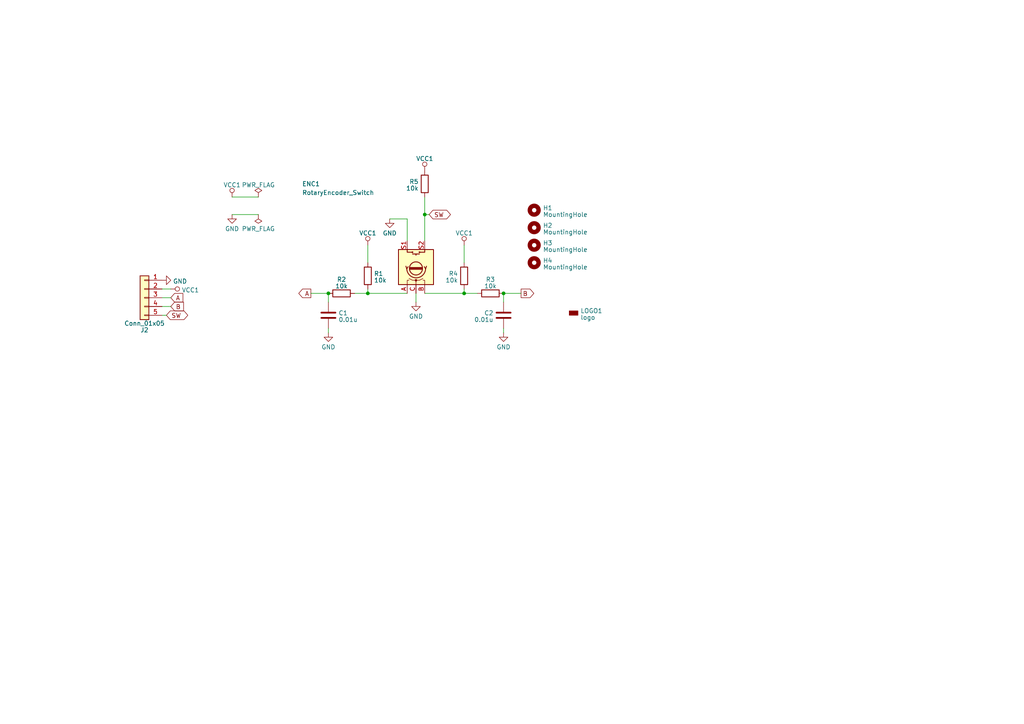
<source format=kicad_sch>
(kicad_sch (version 20230121) (generator eeschema)

  (uuid 8c0eeddb-23e9-4197-a3d6-273322c6460f)

  (paper "A4")

  (title_block
    (title "Encoder Base San")
    (date "2023-11-19")
    (rev "20231119")
    (company "Kinoshita Laboratory")
  )

  (lib_symbols
    (symbol "Connector_Generic:Conn_01x05" (pin_names (offset 1.016) hide) (in_bom yes) (on_board yes)
      (property "Reference" "J" (at 0 7.62 0)
        (effects (font (size 1.27 1.27)))
      )
      (property "Value" "Conn_01x05" (at 0 -7.62 0)
        (effects (font (size 1.27 1.27)))
      )
      (property "Footprint" "" (at 0 0 0)
        (effects (font (size 1.27 1.27)) hide)
      )
      (property "Datasheet" "~" (at 0 0 0)
        (effects (font (size 1.27 1.27)) hide)
      )
      (property "ki_keywords" "connector" (at 0 0 0)
        (effects (font (size 1.27 1.27)) hide)
      )
      (property "ki_description" "Generic connector, single row, 01x05, script generated (kicad-library-utils/schlib/autogen/connector/)" (at 0 0 0)
        (effects (font (size 1.27 1.27)) hide)
      )
      (property "ki_fp_filters" "Connector*:*_1x??_*" (at 0 0 0)
        (effects (font (size 1.27 1.27)) hide)
      )
      (symbol "Conn_01x05_1_1"
        (rectangle (start -1.27 -4.953) (end 0 -5.207)
          (stroke (width 0.1524) (type default))
          (fill (type none))
        )
        (rectangle (start -1.27 -2.413) (end 0 -2.667)
          (stroke (width 0.1524) (type default))
          (fill (type none))
        )
        (rectangle (start -1.27 0.127) (end 0 -0.127)
          (stroke (width 0.1524) (type default))
          (fill (type none))
        )
        (rectangle (start -1.27 2.667) (end 0 2.413)
          (stroke (width 0.1524) (type default))
          (fill (type none))
        )
        (rectangle (start -1.27 5.207) (end 0 4.953)
          (stroke (width 0.1524) (type default))
          (fill (type none))
        )
        (rectangle (start -1.27 6.35) (end 1.27 -6.35)
          (stroke (width 0.254) (type default))
          (fill (type background))
        )
        (pin passive line (at -5.08 5.08 0) (length 3.81)
          (name "Pin_1" (effects (font (size 1.27 1.27))))
          (number "1" (effects (font (size 1.27 1.27))))
        )
        (pin passive line (at -5.08 2.54 0) (length 3.81)
          (name "Pin_2" (effects (font (size 1.27 1.27))))
          (number "2" (effects (font (size 1.27 1.27))))
        )
        (pin passive line (at -5.08 0 0) (length 3.81)
          (name "Pin_3" (effects (font (size 1.27 1.27))))
          (number "3" (effects (font (size 1.27 1.27))))
        )
        (pin passive line (at -5.08 -2.54 0) (length 3.81)
          (name "Pin_4" (effects (font (size 1.27 1.27))))
          (number "4" (effects (font (size 1.27 1.27))))
        )
        (pin passive line (at -5.08 -5.08 0) (length 3.81)
          (name "Pin_5" (effects (font (size 1.27 1.27))))
          (number "5" (effects (font (size 1.27 1.27))))
        )
      )
    )
    (symbol "Device:C" (pin_numbers hide) (pin_names (offset 0.254)) (in_bom yes) (on_board yes)
      (property "Reference" "C" (at 0.635 2.54 0)
        (effects (font (size 1.27 1.27)) (justify left))
      )
      (property "Value" "C" (at 0.635 -2.54 0)
        (effects (font (size 1.27 1.27)) (justify left))
      )
      (property "Footprint" "" (at 0.9652 -3.81 0)
        (effects (font (size 1.27 1.27)) hide)
      )
      (property "Datasheet" "~" (at 0 0 0)
        (effects (font (size 1.27 1.27)) hide)
      )
      (property "ki_keywords" "cap capacitor" (at 0 0 0)
        (effects (font (size 1.27 1.27)) hide)
      )
      (property "ki_description" "Unpolarized capacitor" (at 0 0 0)
        (effects (font (size 1.27 1.27)) hide)
      )
      (property "ki_fp_filters" "C_*" (at 0 0 0)
        (effects (font (size 1.27 1.27)) hide)
      )
      (symbol "C_0_1"
        (polyline
          (pts
            (xy -2.032 -0.762)
            (xy 2.032 -0.762)
          )
          (stroke (width 0.508) (type default))
          (fill (type none))
        )
        (polyline
          (pts
            (xy -2.032 0.762)
            (xy 2.032 0.762)
          )
          (stroke (width 0.508) (type default))
          (fill (type none))
        )
      )
      (symbol "C_1_1"
        (pin passive line (at 0 3.81 270) (length 2.794)
          (name "~" (effects (font (size 1.27 1.27))))
          (number "1" (effects (font (size 1.27 1.27))))
        )
        (pin passive line (at 0 -3.81 90) (length 2.794)
          (name "~" (effects (font (size 1.27 1.27))))
          (number "2" (effects (font (size 1.27 1.27))))
        )
      )
    )
    (symbol "Device:R" (pin_numbers hide) (pin_names (offset 0)) (in_bom yes) (on_board yes)
      (property "Reference" "R" (at 2.032 0 90)
        (effects (font (size 1.27 1.27)))
      )
      (property "Value" "R" (at 0 0 90)
        (effects (font (size 1.27 1.27)))
      )
      (property "Footprint" "" (at -1.778 0 90)
        (effects (font (size 1.27 1.27)) hide)
      )
      (property "Datasheet" "~" (at 0 0 0)
        (effects (font (size 1.27 1.27)) hide)
      )
      (property "ki_keywords" "R res resistor" (at 0 0 0)
        (effects (font (size 1.27 1.27)) hide)
      )
      (property "ki_description" "Resistor" (at 0 0 0)
        (effects (font (size 1.27 1.27)) hide)
      )
      (property "ki_fp_filters" "R_*" (at 0 0 0)
        (effects (font (size 1.27 1.27)) hide)
      )
      (symbol "R_0_1"
        (rectangle (start -1.016 -2.54) (end 1.016 2.54)
          (stroke (width 0.254) (type default))
          (fill (type none))
        )
      )
      (symbol "R_1_1"
        (pin passive line (at 0 3.81 270) (length 1.27)
          (name "~" (effects (font (size 1.27 1.27))))
          (number "1" (effects (font (size 1.27 1.27))))
        )
        (pin passive line (at 0 -3.81 90) (length 1.27)
          (name "~" (effects (font (size 1.27 1.27))))
          (number "2" (effects (font (size 1.27 1.27))))
        )
      )
    )
    (symbol "Device:RotaryEncoder_Switch" (pin_names (offset 0.254) hide) (in_bom yes) (on_board yes)
      (property "Reference" "SW" (at 0 6.604 0)
        (effects (font (size 1.27 1.27)))
      )
      (property "Value" "RotaryEncoder_Switch" (at 0 -6.604 0)
        (effects (font (size 1.27 1.27)))
      )
      (property "Footprint" "" (at -3.81 4.064 0)
        (effects (font (size 1.27 1.27)) hide)
      )
      (property "Datasheet" "~" (at 0 6.604 0)
        (effects (font (size 1.27 1.27)) hide)
      )
      (property "ki_keywords" "rotary switch encoder switch push button" (at 0 0 0)
        (effects (font (size 1.27 1.27)) hide)
      )
      (property "ki_description" "Rotary encoder, dual channel, incremental quadrate outputs, with switch" (at 0 0 0)
        (effects (font (size 1.27 1.27)) hide)
      )
      (property "ki_fp_filters" "RotaryEncoder*Switch*" (at 0 0 0)
        (effects (font (size 1.27 1.27)) hide)
      )
      (symbol "RotaryEncoder_Switch_0_1"
        (rectangle (start -5.08 5.08) (end 5.08 -5.08)
          (stroke (width 0.254) (type default))
          (fill (type background))
        )
        (circle (center -3.81 0) (radius 0.254)
          (stroke (width 0) (type default))
          (fill (type outline))
        )
        (circle (center -0.381 0) (radius 1.905)
          (stroke (width 0.254) (type default))
          (fill (type none))
        )
        (arc (start -0.381 2.667) (mid -3.0988 -0.0635) (end -0.381 -2.794)
          (stroke (width 0.254) (type default))
          (fill (type none))
        )
        (polyline
          (pts
            (xy -0.635 -1.778)
            (xy -0.635 1.778)
          )
          (stroke (width 0.254) (type default))
          (fill (type none))
        )
        (polyline
          (pts
            (xy -0.381 -1.778)
            (xy -0.381 1.778)
          )
          (stroke (width 0.254) (type default))
          (fill (type none))
        )
        (polyline
          (pts
            (xy -0.127 1.778)
            (xy -0.127 -1.778)
          )
          (stroke (width 0.254) (type default))
          (fill (type none))
        )
        (polyline
          (pts
            (xy 3.81 0)
            (xy 3.429 0)
          )
          (stroke (width 0.254) (type default))
          (fill (type none))
        )
        (polyline
          (pts
            (xy 3.81 1.016)
            (xy 3.81 -1.016)
          )
          (stroke (width 0.254) (type default))
          (fill (type none))
        )
        (polyline
          (pts
            (xy -5.08 -2.54)
            (xy -3.81 -2.54)
            (xy -3.81 -2.032)
          )
          (stroke (width 0) (type default))
          (fill (type none))
        )
        (polyline
          (pts
            (xy -5.08 2.54)
            (xy -3.81 2.54)
            (xy -3.81 2.032)
          )
          (stroke (width 0) (type default))
          (fill (type none))
        )
        (polyline
          (pts
            (xy 0.254 -3.048)
            (xy -0.508 -2.794)
            (xy 0.127 -2.413)
          )
          (stroke (width 0.254) (type default))
          (fill (type none))
        )
        (polyline
          (pts
            (xy 0.254 2.921)
            (xy -0.508 2.667)
            (xy 0.127 2.286)
          )
          (stroke (width 0.254) (type default))
          (fill (type none))
        )
        (polyline
          (pts
            (xy 5.08 -2.54)
            (xy 4.318 -2.54)
            (xy 4.318 -1.016)
          )
          (stroke (width 0.254) (type default))
          (fill (type none))
        )
        (polyline
          (pts
            (xy 5.08 2.54)
            (xy 4.318 2.54)
            (xy 4.318 1.016)
          )
          (stroke (width 0.254) (type default))
          (fill (type none))
        )
        (polyline
          (pts
            (xy -5.08 0)
            (xy -3.81 0)
            (xy -3.81 -1.016)
            (xy -3.302 -2.032)
          )
          (stroke (width 0) (type default))
          (fill (type none))
        )
        (polyline
          (pts
            (xy -4.318 0)
            (xy -3.81 0)
            (xy -3.81 1.016)
            (xy -3.302 2.032)
          )
          (stroke (width 0) (type default))
          (fill (type none))
        )
        (circle (center 4.318 -1.016) (radius 0.127)
          (stroke (width 0.254) (type default))
          (fill (type none))
        )
        (circle (center 4.318 1.016) (radius 0.127)
          (stroke (width 0.254) (type default))
          (fill (type none))
        )
      )
      (symbol "RotaryEncoder_Switch_1_1"
        (pin passive line (at -7.62 2.54 0) (length 2.54)
          (name "A" (effects (font (size 1.27 1.27))))
          (number "A" (effects (font (size 1.27 1.27))))
        )
        (pin passive line (at -7.62 -2.54 0) (length 2.54)
          (name "B" (effects (font (size 1.27 1.27))))
          (number "B" (effects (font (size 1.27 1.27))))
        )
        (pin passive line (at -7.62 0 0) (length 2.54)
          (name "C" (effects (font (size 1.27 1.27))))
          (number "C" (effects (font (size 1.27 1.27))))
        )
        (pin passive line (at 7.62 2.54 180) (length 2.54)
          (name "S1" (effects (font (size 1.27 1.27))))
          (number "S1" (effects (font (size 1.27 1.27))))
        )
        (pin passive line (at 7.62 -2.54 180) (length 2.54)
          (name "S2" (effects (font (size 1.27 1.27))))
          (number "S2" (effects (font (size 1.27 1.27))))
        )
      )
    )
    (symbol "Mechanical:MountingHole" (pin_names (offset 1.016)) (in_bom yes) (on_board yes)
      (property "Reference" "H" (at 0 5.08 0)
        (effects (font (size 1.27 1.27)))
      )
      (property "Value" "MountingHole" (at 0 3.175 0)
        (effects (font (size 1.27 1.27)))
      )
      (property "Footprint" "" (at 0 0 0)
        (effects (font (size 1.27 1.27)) hide)
      )
      (property "Datasheet" "~" (at 0 0 0)
        (effects (font (size 1.27 1.27)) hide)
      )
      (property "ki_keywords" "mounting hole" (at 0 0 0)
        (effects (font (size 1.27 1.27)) hide)
      )
      (property "ki_description" "Mounting Hole without connection" (at 0 0 0)
        (effects (font (size 1.27 1.27)) hide)
      )
      (property "ki_fp_filters" "MountingHole*" (at 0 0 0)
        (effects (font (size 1.27 1.27)) hide)
      )
      (symbol "MountingHole_0_1"
        (circle (center 0 0) (radius 1.27)
          (stroke (width 1.27) (type default))
          (fill (type none))
        )
      )
    )
    (symbol "mylib:V+" (power) (pin_names (offset 0)) (in_bom yes) (on_board yes)
      (property "Reference" "#PWR" (at 0 -3.81 0)
        (effects (font (size 1.27 1.27)) hide)
      )
      (property "Value" "V+" (at 0 3.81 0)
        (effects (font (size 1.27 1.27)))
      )
      (property "Footprint" "" (at 0 0 0)
        (effects (font (size 1.27 1.27)) hide)
      )
      (property "Datasheet" "" (at 0 0 0)
        (effects (font (size 1.27 1.27)) hide)
      )
      (property "ki_keywords" "power-flag" (at 0 0 0)
        (effects (font (size 1.27 1.27)) hide)
      )
      (property "ki_description" "Power symbol creates a global label with name \"VCC1\"" (at 0 0 0)
        (effects (font (size 1.27 1.27)) hide)
      )
      (symbol "V+_0_1"
        (polyline
          (pts
            (xy 0 0)
            (xy 0 1.27)
          )
          (stroke (width 0) (type default))
          (fill (type none))
        )
        (circle (center 0 1.905) (radius 0.635)
          (stroke (width 0) (type default))
          (fill (type none))
        )
      )
      (symbol "V+_1_1"
        (pin power_in line (at 0 0 90) (length 0) hide
          (name "VCC1" (effects (font (size 1.27 1.27))))
          (number "1" (effects (font (size 1.27 1.27))))
        )
      )
    )
    (symbol "mylib:logo" (pin_numbers hide) (pin_names (offset 0) hide) (in_bom yes) (on_board yes)
      (property "Reference" "LOGO" (at 0 2.54 0)
        (effects (font (size 1.27 1.27)))
      )
      (property "Value" "logo" (at 0 1.27 0)
        (effects (font (size 1.27 1.27)))
      )
      (property "Footprint" "" (at 0 0 0)
        (effects (font (size 1.27 1.27)) hide)
      )
      (property "Datasheet" "" (at 0 0 0)
        (effects (font (size 1.27 1.27)) hide)
      )
      (symbol "logo_0_1"
        (rectangle (start -1.27 0) (end 1.27 -1.27)
          (stroke (width 0.1524) (type default))
          (fill (type outline))
        )
      )
    )
    (symbol "power:GND" (power) (pin_names (offset 0)) (in_bom yes) (on_board yes)
      (property "Reference" "#PWR" (at 0 -6.35 0)
        (effects (font (size 1.27 1.27)) hide)
      )
      (property "Value" "GND" (at 0 -3.81 0)
        (effects (font (size 1.27 1.27)))
      )
      (property "Footprint" "" (at 0 0 0)
        (effects (font (size 1.27 1.27)) hide)
      )
      (property "Datasheet" "" (at 0 0 0)
        (effects (font (size 1.27 1.27)) hide)
      )
      (property "ki_keywords" "global power" (at 0 0 0)
        (effects (font (size 1.27 1.27)) hide)
      )
      (property "ki_description" "Power symbol creates a global label with name \"GND\" , ground" (at 0 0 0)
        (effects (font (size 1.27 1.27)) hide)
      )
      (symbol "GND_0_1"
        (polyline
          (pts
            (xy 0 0)
            (xy 0 -1.27)
            (xy 1.27 -1.27)
            (xy 0 -2.54)
            (xy -1.27 -1.27)
            (xy 0 -1.27)
          )
          (stroke (width 0) (type default))
          (fill (type none))
        )
      )
      (symbol "GND_1_1"
        (pin power_in line (at 0 0 270) (length 0) hide
          (name "GND" (effects (font (size 1.27 1.27))))
          (number "1" (effects (font (size 1.27 1.27))))
        )
      )
    )
    (symbol "power:PWR_FLAG" (power) (pin_numbers hide) (pin_names (offset 0) hide) (in_bom yes) (on_board yes)
      (property "Reference" "#FLG" (at 0 1.905 0)
        (effects (font (size 1.27 1.27)) hide)
      )
      (property "Value" "PWR_FLAG" (at 0 3.81 0)
        (effects (font (size 1.27 1.27)))
      )
      (property "Footprint" "" (at 0 0 0)
        (effects (font (size 1.27 1.27)) hide)
      )
      (property "Datasheet" "~" (at 0 0 0)
        (effects (font (size 1.27 1.27)) hide)
      )
      (property "ki_keywords" "flag power" (at 0 0 0)
        (effects (font (size 1.27 1.27)) hide)
      )
      (property "ki_description" "Special symbol for telling ERC where power comes from" (at 0 0 0)
        (effects (font (size 1.27 1.27)) hide)
      )
      (symbol "PWR_FLAG_0_0"
        (pin power_out line (at 0 0 90) (length 0)
          (name "pwr" (effects (font (size 1.27 1.27))))
          (number "1" (effects (font (size 1.27 1.27))))
        )
      )
      (symbol "PWR_FLAG_0_1"
        (polyline
          (pts
            (xy 0 0)
            (xy 0 1.27)
            (xy -1.016 1.905)
            (xy 0 2.54)
            (xy 1.016 1.905)
            (xy 0 1.27)
          )
          (stroke (width 0) (type default))
          (fill (type none))
        )
      )
    )
  )

  (junction (at 134.62 85.09) (diameter 0) (color 0 0 0 0)
    (uuid 3eacc76b-9ae2-4dac-b817-be1fcbf00674)
  )
  (junction (at 106.68 85.09) (diameter 0) (color 0 0 0 0)
    (uuid 67be6e4b-3f27-4587-9a44-27273609e2bd)
  )
  (junction (at 95.25 85.09) (diameter 0) (color 0 0 0 0)
    (uuid 6d728673-9cfd-45b2-8119-a16e78445373)
  )
  (junction (at 123.19 62.23) (diameter 0) (color 0 0 0 0)
    (uuid 7f7c7a38-9933-4e48-aedb-ea185d9628a1)
  )
  (junction (at 146.05 85.09) (diameter 0) (color 0 0 0 0)
    (uuid d66438f5-b7d6-4135-a0aa-fb5cbafa87f5)
  )

  (wire (pts (xy 123.19 57.15) (xy 123.19 62.23))
    (stroke (width 0) (type default))
    (uuid 006d1041-8ab3-4979-abaa-6e5e817b354d)
  )
  (wire (pts (xy 118.11 85.09) (xy 106.68 85.09))
    (stroke (width 0) (type default))
    (uuid 06abf07a-4770-47b5-aa8f-36f848c6db07)
  )
  (wire (pts (xy 90.17 85.09) (xy 95.25 85.09))
    (stroke (width 0) (type default))
    (uuid 0b8a0a9a-1c0b-4a2d-bc37-ace062d8819e)
  )
  (wire (pts (xy 95.25 95.25) (xy 95.25 96.52))
    (stroke (width 0) (type default))
    (uuid 0ec71a3a-b641-4b7e-bb62-77c52c23126b)
  )
  (wire (pts (xy 123.19 62.23) (xy 124.46 62.23))
    (stroke (width 0) (type default))
    (uuid 16094f48-4f67-4709-b20e-0e1d72881e8c)
  )
  (wire (pts (xy 46.99 88.9) (xy 49.53 88.9))
    (stroke (width 0) (type default))
    (uuid 16f36dac-839b-44db-b36e-a7407c513797)
  )
  (wire (pts (xy 134.62 85.09) (xy 138.43 85.09))
    (stroke (width 0) (type default))
    (uuid 1c12a9e9-7d2c-499b-a596-368f4c39478e)
  )
  (wire (pts (xy 123.19 85.09) (xy 134.62 85.09))
    (stroke (width 0) (type default))
    (uuid 23b0639b-8d8e-4171-af97-4bde1830427a)
  )
  (wire (pts (xy 46.99 83.82) (xy 49.53 83.82))
    (stroke (width 0) (type default))
    (uuid 24c00169-9f81-4cff-b98f-ec65fbb38625)
  )
  (wire (pts (xy 106.68 83.82) (xy 106.68 85.09))
    (stroke (width 0) (type default))
    (uuid 26a30c10-ca74-42fb-b409-82d5e0cac100)
  )
  (wire (pts (xy 151.13 85.09) (xy 146.05 85.09))
    (stroke (width 0) (type default))
    (uuid 39e9fa6a-7f8d-4abd-a4d9-6aced3e4e7c5)
  )
  (wire (pts (xy 146.05 85.09) (xy 146.05 87.63))
    (stroke (width 0) (type default))
    (uuid 6cd06001-24cd-4376-8153-67c851879d5a)
  )
  (wire (pts (xy 67.31 62.23) (xy 74.93 62.23))
    (stroke (width 0) (type default))
    (uuid 7a019fe1-ec90-4c55-ad2d-21fe5967cd04)
  )
  (wire (pts (xy 146.05 95.25) (xy 146.05 96.52))
    (stroke (width 0) (type default))
    (uuid 8403abd4-7684-4a23-82ab-3af7f9a6cac4)
  )
  (wire (pts (xy 134.62 71.12) (xy 134.62 76.2))
    (stroke (width 0) (type default))
    (uuid 8c2f042c-a6e9-478d-9170-af19f2cee34e)
  )
  (wire (pts (xy 106.68 71.12) (xy 106.68 76.2))
    (stroke (width 0) (type default))
    (uuid 8e16170e-20ed-43c2-beed-1be8d65603be)
  )
  (wire (pts (xy 123.19 62.23) (xy 123.19 69.85))
    (stroke (width 0) (type default))
    (uuid 94320573-9505-478a-ac54-cd35c12b6369)
  )
  (wire (pts (xy 46.99 86.36) (xy 49.53 86.36))
    (stroke (width 0) (type default))
    (uuid 97ae98eb-e1d8-4a81-9127-f2ec89b84474)
  )
  (wire (pts (xy 95.25 85.09) (xy 95.25 87.63))
    (stroke (width 0) (type default))
    (uuid a0d5ba4c-86c4-43d6-9901-826aa17b76a2)
  )
  (wire (pts (xy 134.62 83.82) (xy 134.62 85.09))
    (stroke (width 0) (type default))
    (uuid a203ef6d-0f45-479a-be64-9fa04c835ea5)
  )
  (wire (pts (xy 120.65 85.09) (xy 120.65 87.63))
    (stroke (width 0) (type default))
    (uuid a579246b-9f90-4c18-b3ab-c128f6da9eb3)
  )
  (wire (pts (xy 106.68 85.09) (xy 102.87 85.09))
    (stroke (width 0) (type default))
    (uuid a9b995d4-be1b-479c-9fc0-7dac8d00255f)
  )
  (wire (pts (xy 118.11 63.5) (xy 118.11 69.85))
    (stroke (width 0) (type default))
    (uuid c5eda77a-8a20-42cd-a6db-38f803fd22f6)
  )
  (wire (pts (xy 67.31 57.15) (xy 74.93 57.15))
    (stroke (width 0) (type default))
    (uuid ca890d3a-8e0c-4ffa-b739-79b29cd0b391)
  )
  (wire (pts (xy 113.03 63.5) (xy 118.11 63.5))
    (stroke (width 0) (type default))
    (uuid efbf1275-c52f-46f5-aa3b-cd66245a656c)
  )
  (wire (pts (xy 46.99 91.44) (xy 48.26 91.44))
    (stroke (width 0) (type default))
    (uuid f222afcd-6b78-4a60-949a-be4024581215)
  )

  (global_label "B" (shape input) (at 49.53 88.9 0) (fields_autoplaced)
    (effects (font (size 1.27 1.27)) (justify left))
    (uuid 2e6f01b8-796c-4966-9218-889c6a0326ad)
    (property "Intersheetrefs" "${INTERSHEET_REFS}" (at 53.7058 88.9 0)
      (effects (font (size 1.27 1.27)) (justify left) hide)
    )
  )
  (global_label "SW" (shape bidirectional) (at 48.26 91.44 0) (fields_autoplaced)
    (effects (font (size 1.27 1.27)) (justify left))
    (uuid 94d00690-cc1e-4acd-9f5f-db28ef8ae60e)
    (property "Intersheetrefs" "${INTERSHEET_REFS}" (at 54.938 91.44 0)
      (effects (font (size 1.27 1.27)) (justify left) hide)
    )
  )
  (global_label "SW" (shape bidirectional) (at 124.46 62.23 0) (fields_autoplaced)
    (effects (font (size 1.27 1.27)) (justify left))
    (uuid aa77ae6c-e148-4aef-981b-f621f1e75cb1)
    (property "Intersheetrefs" "${INTERSHEET_REFS}" (at 131.138 62.23 0)
      (effects (font (size 1.27 1.27)) (justify left) hide)
    )
  )
  (global_label "B" (shape output) (at 151.13 85.09 0) (fields_autoplaced)
    (effects (font (size 1.27 1.27)) (justify left))
    (uuid e199db68-dcbb-4c40-a7ef-b91c7d5c08ef)
    (property "Intersheetrefs" "${INTERSHEET_REFS}" (at 155.3058 85.09 0)
      (effects (font (size 1.27 1.27)) (justify left) hide)
    )
  )
  (global_label "A" (shape output) (at 90.17 85.09 180) (fields_autoplaced)
    (effects (font (size 1.27 1.27)) (justify right))
    (uuid e3b82b34-4de0-4d39-9ad6-4c76abccd169)
    (property "Intersheetrefs" "${INTERSHEET_REFS}" (at 86.1756 85.09 0)
      (effects (font (size 1.27 1.27)) (justify right) hide)
    )
  )
  (global_label "A" (shape input) (at 49.53 86.36 0) (fields_autoplaced)
    (effects (font (size 1.27 1.27)) (justify left))
    (uuid ff8b9b4f-5c6a-456e-b45d-f0fe32fe2524)
    (property "Intersheetrefs" "${INTERSHEET_REFS}" (at 53.5244 86.36 0)
      (effects (font (size 1.27 1.27)) (justify left) hide)
    )
  )

  (symbol (lib_id "power:GND") (at 46.99 81.28 90) (unit 1)
    (in_bom yes) (on_board yes) (dnp no) (fields_autoplaced)
    (uuid 0f9a5792-e9c0-4ddc-ad87-91303c49b083)
    (property "Reference" "#PWR06" (at 53.34 81.28 0)
      (effects (font (size 1.27 1.27)) hide)
    )
    (property "Value" "GND" (at 50.165 81.5968 90)
      (effects (font (size 1.27 1.27)) (justify right))
    )
    (property "Footprint" "" (at 46.99 81.28 0)
      (effects (font (size 1.27 1.27)) hide)
    )
    (property "Datasheet" "" (at 46.99 81.28 0)
      (effects (font (size 1.27 1.27)) hide)
    )
    (pin "1" (uuid c7ea4225-64b2-403c-9ec1-47e25e173b26))
    (instances
      (project "encoder-base-san"
        (path "/8c0eeddb-23e9-4197-a3d6-273322c6460f"
          (reference "#PWR06") (unit 1)
        )
      )
    )
  )

  (symbol (lib_id "mylib:V+") (at 106.68 71.12 0) (unit 1)
    (in_bom yes) (on_board yes) (dnp no) (fields_autoplaced)
    (uuid 28c1bf3a-bf32-4fa0-827b-5e902f26d66c)
    (property "Reference" "#PWR02" (at 106.68 74.93 0)
      (effects (font (size 1.27 1.27)) hide)
    )
    (property "Value" "V+" (at 106.68 67.6181 0)
      (effects (font (size 1.27 1.27)))
    )
    (property "Footprint" "" (at 106.68 71.12 0)
      (effects (font (size 1.27 1.27)) hide)
    )
    (property "Datasheet" "" (at 106.68 71.12 0)
      (effects (font (size 1.27 1.27)) hide)
    )
    (pin "1" (uuid 806630bf-8041-475a-a1db-732f3a4e5be4))
    (instances
      (project "encoder-base-san"
        (path "/8c0eeddb-23e9-4197-a3d6-273322c6460f"
          (reference "#PWR02") (unit 1)
        )
      )
    )
  )

  (symbol (lib_id "Device:R") (at 106.68 80.01 0) (unit 1)
    (in_bom yes) (on_board yes) (dnp no) (fields_autoplaced)
    (uuid 38b05c2c-1df1-4d2a-8d53-ec0bd62dcb3d)
    (property "Reference" "R1" (at 108.458 79.3663 0)
      (effects (font (size 1.27 1.27)) (justify left))
    )
    (property "Value" "10k" (at 108.458 81.2873 0)
      (effects (font (size 1.27 1.27)) (justify left))
    )
    (property "Footprint" "Capacitor_SMD:C_0402_1005Metric_Pad0.74x0.62mm_HandSolder" (at 104.902 80.01 90)
      (effects (font (size 1.27 1.27)) hide)
    )
    (property "Datasheet" "~" (at 106.68 80.01 0)
      (effects (font (size 1.27 1.27)) hide)
    )
    (property "LCSC" "C25744" (at 106.68 80.01 0)
      (effects (font (size 1.27 1.27)) hide)
    )
    (pin "1" (uuid 795f2a25-4a12-48e1-949d-08f8148ba591))
    (pin "2" (uuid 5a9ad07f-9fd9-4d0a-af52-5fb18acf9dee))
    (instances
      (project "encoder-base-san"
        (path "/8c0eeddb-23e9-4197-a3d6-273322c6460f"
          (reference "R1") (unit 1)
        )
      )
    )
  )

  (symbol (lib_id "power:GND") (at 120.65 87.63 0) (unit 1)
    (in_bom yes) (on_board yes) (dnp no) (fields_autoplaced)
    (uuid 3b1bc89d-6610-492f-8764-ae452cf38bbf)
    (property "Reference" "#PWR01" (at 120.65 93.98 0)
      (effects (font (size 1.27 1.27)) hide)
    )
    (property "Value" "GND" (at 120.65 91.7655 0)
      (effects (font (size 1.27 1.27)))
    )
    (property "Footprint" "" (at 120.65 87.63 0)
      (effects (font (size 1.27 1.27)) hide)
    )
    (property "Datasheet" "" (at 120.65 87.63 0)
      (effects (font (size 1.27 1.27)) hide)
    )
    (pin "1" (uuid e549edcf-5ff5-40a5-9363-0963334b1a04))
    (instances
      (project "encoder-base-san"
        (path "/8c0eeddb-23e9-4197-a3d6-273322c6460f"
          (reference "#PWR01") (unit 1)
        )
      )
    )
  )

  (symbol (lib_id "power:PWR_FLAG") (at 74.93 57.15 0) (unit 1)
    (in_bom yes) (on_board yes) (dnp no) (fields_autoplaced)
    (uuid 3df71222-9530-4c67-a750-994a68009e67)
    (property "Reference" "#FLG01" (at 74.93 55.245 0)
      (effects (font (size 1.27 1.27)) hide)
    )
    (property "Value" "PWR_FLAG" (at 74.93 53.6481 0)
      (effects (font (size 1.27 1.27)))
    )
    (property "Footprint" "" (at 74.93 57.15 0)
      (effects (font (size 1.27 1.27)) hide)
    )
    (property "Datasheet" "~" (at 74.93 57.15 0)
      (effects (font (size 1.27 1.27)) hide)
    )
    (pin "1" (uuid 95616db2-84bb-4d6e-b9b3-5e37260e496f))
    (instances
      (project "encoder-base-san"
        (path "/8c0eeddb-23e9-4197-a3d6-273322c6460f"
          (reference "#FLG01") (unit 1)
        )
      )
    )
  )

  (symbol (lib_id "Device:R") (at 134.62 80.01 0) (mirror y) (unit 1)
    (in_bom yes) (on_board yes) (dnp no) (fields_autoplaced)
    (uuid 43a561c7-0e2a-47cf-afad-6c7a38c90a0c)
    (property "Reference" "R4" (at 132.842 79.3663 0)
      (effects (font (size 1.27 1.27)) (justify left))
    )
    (property "Value" "10k" (at 132.842 81.2873 0)
      (effects (font (size 1.27 1.27)) (justify left))
    )
    (property "Footprint" "Capacitor_SMD:C_0402_1005Metric_Pad0.74x0.62mm_HandSolder" (at 136.398 80.01 90)
      (effects (font (size 1.27 1.27)) hide)
    )
    (property "Datasheet" "~" (at 134.62 80.01 0)
      (effects (font (size 1.27 1.27)) hide)
    )
    (property "LCSC" "C25744" (at 134.62 80.01 0)
      (effects (font (size 1.27 1.27)) hide)
    )
    (pin "1" (uuid 5eb62877-9171-40f1-9d9d-5c1fa53732c4))
    (pin "2" (uuid 0e394844-cc1f-41d4-925b-26d1c98cdd7e))
    (instances
      (project "encoder-base-san"
        (path "/8c0eeddb-23e9-4197-a3d6-273322c6460f"
          (reference "R4") (unit 1)
        )
      )
    )
  )

  (symbol (lib_id "Device:R") (at 123.19 53.34 0) (mirror y) (unit 1)
    (in_bom yes) (on_board yes) (dnp no) (fields_autoplaced)
    (uuid 46682cff-f905-4073-98a6-b341bac96b10)
    (property "Reference" "R5" (at 121.412 52.6963 0)
      (effects (font (size 1.27 1.27)) (justify left))
    )
    (property "Value" "10k" (at 121.412 54.6173 0)
      (effects (font (size 1.27 1.27)) (justify left))
    )
    (property "Footprint" "Capacitor_SMD:C_0402_1005Metric_Pad0.74x0.62mm_HandSolder" (at 124.968 53.34 90)
      (effects (font (size 1.27 1.27)) hide)
    )
    (property "Datasheet" "~" (at 123.19 53.34 0)
      (effects (font (size 1.27 1.27)) hide)
    )
    (property "LCSC" "C25744" (at 123.19 53.34 0)
      (effects (font (size 1.27 1.27)) hide)
    )
    (pin "1" (uuid 2e504e47-92fa-4552-9af0-90ab615d347b))
    (pin "2" (uuid 3ef47a9e-c313-45a6-8713-7abc370a3493))
    (instances
      (project "encoder-base-san"
        (path "/8c0eeddb-23e9-4197-a3d6-273322c6460f"
          (reference "R5") (unit 1)
        )
      )
    )
  )

  (symbol (lib_id "mylib:V+") (at 49.53 83.82 270) (unit 1)
    (in_bom yes) (on_board yes) (dnp no) (fields_autoplaced)
    (uuid 46dd7e5a-a85c-43b3-aef7-7bd9f7c3b9b1)
    (property "Reference" "#PWR07" (at 45.72 83.82 0)
      (effects (font (size 1.27 1.27)) hide)
    )
    (property "Value" "V+" (at 52.705 84.1368 90)
      (effects (font (size 1.27 1.27)) (justify left))
    )
    (property "Footprint" "" (at 49.53 83.82 0)
      (effects (font (size 1.27 1.27)) hide)
    )
    (property "Datasheet" "" (at 49.53 83.82 0)
      (effects (font (size 1.27 1.27)) hide)
    )
    (pin "1" (uuid 5c704c4c-c657-4fac-93e7-1b39d2ce090f))
    (instances
      (project "encoder-base-san"
        (path "/8c0eeddb-23e9-4197-a3d6-273322c6460f"
          (reference "#PWR07") (unit 1)
        )
      )
    )
  )

  (symbol (lib_id "mylib:V+") (at 123.19 49.53 0) (mirror y) (unit 1)
    (in_bom yes) (on_board yes) (dnp no) (fields_autoplaced)
    (uuid 499e7d25-db7c-4316-80d3-0514a7c6aef6)
    (property "Reference" "#PWR010" (at 123.19 53.34 0)
      (effects (font (size 1.27 1.27)) hide)
    )
    (property "Value" "V+" (at 123.19 46.0281 0)
      (effects (font (size 1.27 1.27)))
    )
    (property "Footprint" "" (at 123.19 49.53 0)
      (effects (font (size 1.27 1.27)) hide)
    )
    (property "Datasheet" "" (at 123.19 49.53 0)
      (effects (font (size 1.27 1.27)) hide)
    )
    (pin "1" (uuid 4c5a285f-d295-45af-b263-b80407601de8))
    (instances
      (project "encoder-base-san"
        (path "/8c0eeddb-23e9-4197-a3d6-273322c6460f"
          (reference "#PWR010") (unit 1)
        )
      )
    )
  )

  (symbol (lib_id "Mechanical:MountingHole") (at 154.94 60.96 0) (unit 1)
    (in_bom yes) (on_board yes) (dnp no) (fields_autoplaced)
    (uuid 4f8036e1-8efa-44cb-9c65-f22837d7026b)
    (property "Reference" "H1" (at 157.48 60.3163 0)
      (effects (font (size 1.27 1.27)) (justify left))
    )
    (property "Value" "MountingHole" (at 157.48 62.2373 0)
      (effects (font (size 1.27 1.27)) (justify left))
    )
    (property "Footprint" "MountingHole:MountingHole_3.2mm_M3" (at 154.94 60.96 0)
      (effects (font (size 1.27 1.27)) hide)
    )
    (property "Datasheet" "~" (at 154.94 60.96 0)
      (effects (font (size 1.27 1.27)) hide)
    )
    (instances
      (project "encoder-base-san"
        (path "/8c0eeddb-23e9-4197-a3d6-273322c6460f"
          (reference "H1") (unit 1)
        )
      )
    )
  )

  (symbol (lib_id "Device:RotaryEncoder_Switch") (at 120.65 77.47 90) (unit 1)
    (in_bom yes) (on_board yes) (dnp no)
    (uuid 504a51a9-e93d-4757-b82d-20dc458399e3)
    (property "Reference" "ENC1" (at 87.63 53.34 90)
      (effects (font (size 1.27 1.27)) (justify right))
    )
    (property "Value" "RotaryEncoder_Switch" (at 87.63 55.88 90)
      (effects (font (size 1.27 1.27)) (justify right))
    )
    (property "Footprint" "custom_footprints:RotaryEncoder_Alps_12_with_switch" (at 116.586 81.28 0)
      (effects (font (size 1.27 1.27)) hide)
    )
    (property "Datasheet" "~" (at 114.046 77.47 0)
      (effects (font (size 1.27 1.27)) hide)
    )
    (pin "A" (uuid 1d540da7-7aee-495e-9f62-8d685da01be2))
    (pin "B" (uuid e5db14ce-5777-402a-b3f0-92a3371f30f2))
    (pin "C" (uuid 90efbec4-7cbf-460c-a957-b21e86a2de3e))
    (pin "S1" (uuid 1970c6ee-9d88-4034-91ab-44bdcfdb9636))
    (pin "S2" (uuid bb99c5ac-f392-474f-b5a9-5c724076ec38))
    (instances
      (project "encoder-base-san"
        (path "/8c0eeddb-23e9-4197-a3d6-273322c6460f"
          (reference "ENC1") (unit 1)
        )
      )
    )
  )

  (symbol (lib_id "Mechanical:MountingHole") (at 154.94 66.04 0) (unit 1)
    (in_bom yes) (on_board yes) (dnp no) (fields_autoplaced)
    (uuid 6f98a566-c13b-44e7-ba0d-e79b02b9e1eb)
    (property "Reference" "H2" (at 157.48 65.3963 0)
      (effects (font (size 1.27 1.27)) (justify left))
    )
    (property "Value" "MountingHole" (at 157.48 67.3173 0)
      (effects (font (size 1.27 1.27)) (justify left))
    )
    (property "Footprint" "MountingHole:MountingHole_3.2mm_M3" (at 154.94 66.04 0)
      (effects (font (size 1.27 1.27)) hide)
    )
    (property "Datasheet" "~" (at 154.94 66.04 0)
      (effects (font (size 1.27 1.27)) hide)
    )
    (instances
      (project "encoder-base-san"
        (path "/8c0eeddb-23e9-4197-a3d6-273322c6460f"
          (reference "H2") (unit 1)
        )
      )
    )
  )

  (symbol (lib_id "power:GND") (at 113.03 63.5 0) (mirror y) (unit 1)
    (in_bom yes) (on_board yes) (dnp no) (fields_autoplaced)
    (uuid 720380de-63fb-4aa6-9977-5f6189f53cc4)
    (property "Reference" "#PWR011" (at 113.03 69.85 0)
      (effects (font (size 1.27 1.27)) hide)
    )
    (property "Value" "GND" (at 113.03 67.6355 0)
      (effects (font (size 1.27 1.27)))
    )
    (property "Footprint" "" (at 113.03 63.5 0)
      (effects (font (size 1.27 1.27)) hide)
    )
    (property "Datasheet" "" (at 113.03 63.5 0)
      (effects (font (size 1.27 1.27)) hide)
    )
    (pin "1" (uuid 28843aa2-546a-4661-9fac-d48022f4b5e7))
    (instances
      (project "encoder-base-san"
        (path "/8c0eeddb-23e9-4197-a3d6-273322c6460f"
          (reference "#PWR011") (unit 1)
        )
      )
    )
  )

  (symbol (lib_id "Device:R") (at 99.06 85.09 90) (unit 1)
    (in_bom yes) (on_board yes) (dnp no) (fields_autoplaced)
    (uuid 723899bd-3964-48ac-a915-5e0d2b3b6cba)
    (property "Reference" "R2" (at 99.06 81.0641 90)
      (effects (font (size 1.27 1.27)))
    )
    (property "Value" "10k" (at 99.06 82.9851 90)
      (effects (font (size 1.27 1.27)))
    )
    (property "Footprint" "Capacitor_SMD:C_0402_1005Metric_Pad0.74x0.62mm_HandSolder" (at 99.06 86.868 90)
      (effects (font (size 1.27 1.27)) hide)
    )
    (property "Datasheet" "~" (at 99.06 85.09 0)
      (effects (font (size 1.27 1.27)) hide)
    )
    (property "LCSC" "C25744" (at 99.06 85.09 90)
      (effects (font (size 1.27 1.27)) hide)
    )
    (pin "1" (uuid 1e0d70ea-a596-46b3-9d6e-156188291c48))
    (pin "2" (uuid 6f6d63ee-1695-46c8-91b9-4a1b3c010e2a))
    (instances
      (project "encoder-base-san"
        (path "/8c0eeddb-23e9-4197-a3d6-273322c6460f"
          (reference "R2") (unit 1)
        )
      )
    )
  )

  (symbol (lib_id "power:PWR_FLAG") (at 74.93 62.23 180) (unit 1)
    (in_bom yes) (on_board yes) (dnp no) (fields_autoplaced)
    (uuid 83a3e16a-0fd3-4b41-aeb3-ca8f8bde3029)
    (property "Reference" "#FLG02" (at 74.93 64.135 0)
      (effects (font (size 1.27 1.27)) hide)
    )
    (property "Value" "PWR_FLAG" (at 74.93 66.3655 0)
      (effects (font (size 1.27 1.27)))
    )
    (property "Footprint" "" (at 74.93 62.23 0)
      (effects (font (size 1.27 1.27)) hide)
    )
    (property "Datasheet" "~" (at 74.93 62.23 0)
      (effects (font (size 1.27 1.27)) hide)
    )
    (pin "1" (uuid 81fa80c4-cf76-4916-8ea8-0c377e039a8a))
    (instances
      (project "encoder-base-san"
        (path "/8c0eeddb-23e9-4197-a3d6-273322c6460f"
          (reference "#FLG02") (unit 1)
        )
      )
    )
  )

  (symbol (lib_id "mylib:V+") (at 67.31 57.15 0) (unit 1)
    (in_bom yes) (on_board yes) (dnp no) (fields_autoplaced)
    (uuid 8658a100-ee73-4d1a-9505-79296644300d)
    (property "Reference" "#PWR08" (at 67.31 60.96 0)
      (effects (font (size 1.27 1.27)) hide)
    )
    (property "Value" "V+" (at 67.31 53.6481 0)
      (effects (font (size 1.27 1.27)))
    )
    (property "Footprint" "" (at 67.31 57.15 0)
      (effects (font (size 1.27 1.27)) hide)
    )
    (property "Datasheet" "" (at 67.31 57.15 0)
      (effects (font (size 1.27 1.27)) hide)
    )
    (pin "1" (uuid b1571791-2f47-4691-bcfb-8180240a7e72))
    (instances
      (project "encoder-base-san"
        (path "/8c0eeddb-23e9-4197-a3d6-273322c6460f"
          (reference "#PWR08") (unit 1)
        )
      )
    )
  )

  (symbol (lib_id "power:GND") (at 95.25 96.52 0) (unit 1)
    (in_bom yes) (on_board yes) (dnp no) (fields_autoplaced)
    (uuid 99fc64bf-89e7-4218-b70e-9cacc16a36b7)
    (property "Reference" "#PWR03" (at 95.25 102.87 0)
      (effects (font (size 1.27 1.27)) hide)
    )
    (property "Value" "GND" (at 95.25 100.6555 0)
      (effects (font (size 1.27 1.27)))
    )
    (property "Footprint" "" (at 95.25 96.52 0)
      (effects (font (size 1.27 1.27)) hide)
    )
    (property "Datasheet" "" (at 95.25 96.52 0)
      (effects (font (size 1.27 1.27)) hide)
    )
    (pin "1" (uuid 866d59e7-89bb-476a-9aa8-d7fd389efa49))
    (instances
      (project "encoder-base-san"
        (path "/8c0eeddb-23e9-4197-a3d6-273322c6460f"
          (reference "#PWR03") (unit 1)
        )
      )
    )
  )

  (symbol (lib_id "power:GND") (at 146.05 96.52 0) (mirror y) (unit 1)
    (in_bom yes) (on_board yes) (dnp no) (fields_autoplaced)
    (uuid aaa214a3-109c-4e57-8aea-ddbe1dcba67b)
    (property "Reference" "#PWR04" (at 146.05 102.87 0)
      (effects (font (size 1.27 1.27)) hide)
    )
    (property "Value" "GND" (at 146.05 100.6555 0)
      (effects (font (size 1.27 1.27)))
    )
    (property "Footprint" "" (at 146.05 96.52 0)
      (effects (font (size 1.27 1.27)) hide)
    )
    (property "Datasheet" "" (at 146.05 96.52 0)
      (effects (font (size 1.27 1.27)) hide)
    )
    (pin "1" (uuid 214edee1-f78b-4ec1-856a-e39c0beb35bb))
    (instances
      (project "encoder-base-san"
        (path "/8c0eeddb-23e9-4197-a3d6-273322c6460f"
          (reference "#PWR04") (unit 1)
        )
      )
    )
  )

  (symbol (lib_id "mylib:logo") (at 166.37 90.17 0) (unit 1)
    (in_bom yes) (on_board yes) (dnp no) (fields_autoplaced)
    (uuid be6d985f-43be-4444-aad4-4cb68937cdc6)
    (property "Reference" "LOGO1" (at 168.3512 90.1613 0)
      (effects (font (size 1.27 1.27)) (justify left))
    )
    (property "Value" "logo" (at 168.3512 92.0823 0)
      (effects (font (size 1.27 1.27)) (justify left))
    )
    (property "Footprint" "my_footprint:kinoshita-logo_simplified_600dpi" (at 166.37 90.17 0)
      (effects (font (size 1.27 1.27)) hide)
    )
    (property "Datasheet" "" (at 166.37 90.17 0)
      (effects (font (size 1.27 1.27)) hide)
    )
    (instances
      (project "encoder-base-san"
        (path "/8c0eeddb-23e9-4197-a3d6-273322c6460f"
          (reference "LOGO1") (unit 1)
        )
      )
    )
  )

  (symbol (lib_id "Device:R") (at 142.24 85.09 270) (mirror x) (unit 1)
    (in_bom yes) (on_board yes) (dnp no) (fields_autoplaced)
    (uuid c0327214-3fc5-40a7-84bf-74dbfe8d086e)
    (property "Reference" "R3" (at 142.24 81.0641 90)
      (effects (font (size 1.27 1.27)))
    )
    (property "Value" "10k" (at 142.24 82.9851 90)
      (effects (font (size 1.27 1.27)))
    )
    (property "Footprint" "Capacitor_SMD:C_0402_1005Metric_Pad0.74x0.62mm_HandSolder" (at 142.24 86.868 90)
      (effects (font (size 1.27 1.27)) hide)
    )
    (property "Datasheet" "~" (at 142.24 85.09 0)
      (effects (font (size 1.27 1.27)) hide)
    )
    (property "LCSC" "C25744" (at 142.24 85.09 90)
      (effects (font (size 1.27 1.27)) hide)
    )
    (pin "1" (uuid 7897533d-5912-4c24-99fd-0eea1f6ab76a))
    (pin "2" (uuid f15bd044-261e-4a64-bb3f-a9f0f99c4b00))
    (instances
      (project "encoder-base-san"
        (path "/8c0eeddb-23e9-4197-a3d6-273322c6460f"
          (reference "R3") (unit 1)
        )
      )
    )
  )

  (symbol (lib_id "Mechanical:MountingHole") (at 154.94 76.2 0) (unit 1)
    (in_bom yes) (on_board yes) (dnp no) (fields_autoplaced)
    (uuid cd2c7828-1336-4f4c-85e1-f1ade0627219)
    (property "Reference" "H4" (at 157.48 75.5563 0)
      (effects (font (size 1.27 1.27)) (justify left))
    )
    (property "Value" "MountingHole" (at 157.48 77.4773 0)
      (effects (font (size 1.27 1.27)) (justify left))
    )
    (property "Footprint" "MountingHole:MountingHole_3.2mm_M3" (at 154.94 76.2 0)
      (effects (font (size 1.27 1.27)) hide)
    )
    (property "Datasheet" "~" (at 154.94 76.2 0)
      (effects (font (size 1.27 1.27)) hide)
    )
    (instances
      (project "encoder-base-san"
        (path "/8c0eeddb-23e9-4197-a3d6-273322c6460f"
          (reference "H4") (unit 1)
        )
      )
    )
  )

  (symbol (lib_id "Device:C") (at 95.25 91.44 0) (unit 1)
    (in_bom yes) (on_board yes) (dnp no) (fields_autoplaced)
    (uuid d05e9c66-8faa-4176-9478-a45f82097dbe)
    (property "Reference" "C1" (at 98.171 90.7963 0)
      (effects (font (size 1.27 1.27)) (justify left))
    )
    (property "Value" "0.01u" (at 98.171 92.7173 0)
      (effects (font (size 1.27 1.27)) (justify left))
    )
    (property "Footprint" "Capacitor_SMD:C_0402_1005Metric_Pad0.74x0.62mm_HandSolder" (at 96.2152 95.25 0)
      (effects (font (size 1.27 1.27)) hide)
    )
    (property "Datasheet" "~" (at 95.25 91.44 0)
      (effects (font (size 1.27 1.27)) hide)
    )
    (property "LCSC" "C2840480" (at 95.25 91.44 0)
      (effects (font (size 1.27 1.27)) hide)
    )
    (pin "1" (uuid 54e2eca5-01f6-493a-a237-908f5d6a32c4))
    (pin "2" (uuid c7f4087c-0efc-4725-b6f0-ce5b62ba66f5))
    (instances
      (project "encoder-base-san"
        (path "/8c0eeddb-23e9-4197-a3d6-273322c6460f"
          (reference "C1") (unit 1)
        )
      )
    )
  )

  (symbol (lib_id "power:GND") (at 67.31 62.23 0) (unit 1)
    (in_bom yes) (on_board yes) (dnp no) (fields_autoplaced)
    (uuid d499ec38-ec6f-4d76-9d17-394bc636243d)
    (property "Reference" "#PWR09" (at 67.31 68.58 0)
      (effects (font (size 1.27 1.27)) hide)
    )
    (property "Value" "GND" (at 67.31 66.3655 0)
      (effects (font (size 1.27 1.27)))
    )
    (property "Footprint" "" (at 67.31 62.23 0)
      (effects (font (size 1.27 1.27)) hide)
    )
    (property "Datasheet" "" (at 67.31 62.23 0)
      (effects (font (size 1.27 1.27)) hide)
    )
    (pin "1" (uuid b6002fdc-a7a5-47fb-8623-767a14c7c8fb))
    (instances
      (project "encoder-base-san"
        (path "/8c0eeddb-23e9-4197-a3d6-273322c6460f"
          (reference "#PWR09") (unit 1)
        )
      )
    )
  )

  (symbol (lib_id "mylib:V+") (at 134.62 71.12 0) (mirror y) (unit 1)
    (in_bom yes) (on_board yes) (dnp no) (fields_autoplaced)
    (uuid d4b65196-e4ca-496b-aab4-6cc6b4289cc3)
    (property "Reference" "#PWR05" (at 134.62 74.93 0)
      (effects (font (size 1.27 1.27)) hide)
    )
    (property "Value" "V+" (at 134.62 67.6181 0)
      (effects (font (size 1.27 1.27)))
    )
    (property "Footprint" "" (at 134.62 71.12 0)
      (effects (font (size 1.27 1.27)) hide)
    )
    (property "Datasheet" "" (at 134.62 71.12 0)
      (effects (font (size 1.27 1.27)) hide)
    )
    (pin "1" (uuid 8965da71-5afd-425e-b6a6-ec980c91daed))
    (instances
      (project "encoder-base-san"
        (path "/8c0eeddb-23e9-4197-a3d6-273322c6460f"
          (reference "#PWR05") (unit 1)
        )
      )
    )
  )

  (symbol (lib_id "Device:C") (at 146.05 91.44 0) (mirror y) (unit 1)
    (in_bom yes) (on_board yes) (dnp no) (fields_autoplaced)
    (uuid db90d64b-ab0d-4c3c-af0d-c4302af4a9ab)
    (property "Reference" "C2" (at 143.129 90.7963 0)
      (effects (font (size 1.27 1.27)) (justify left))
    )
    (property "Value" "0.01u" (at 143.129 92.7173 0)
      (effects (font (size 1.27 1.27)) (justify left))
    )
    (property "Footprint" "Capacitor_SMD:C_0402_1005Metric_Pad0.74x0.62mm_HandSolder" (at 145.0848 95.25 0)
      (effects (font (size 1.27 1.27)) hide)
    )
    (property "Datasheet" "~" (at 146.05 91.44 0)
      (effects (font (size 1.27 1.27)) hide)
    )
    (property "LCSC" "C2840480" (at 146.05 91.44 0)
      (effects (font (size 1.27 1.27)) hide)
    )
    (pin "1" (uuid 9dbd4483-7faa-4b67-a177-b216f680818f))
    (pin "2" (uuid f5adb1d5-4853-4730-b62a-d532a17f952a))
    (instances
      (project "encoder-base-san"
        (path "/8c0eeddb-23e9-4197-a3d6-273322c6460f"
          (reference "C2") (unit 1)
        )
      )
    )
  )

  (symbol (lib_id "Mechanical:MountingHole") (at 154.94 71.12 0) (unit 1)
    (in_bom yes) (on_board yes) (dnp no) (fields_autoplaced)
    (uuid dd2e1aa8-9d06-480c-be98-692f9b85b92f)
    (property "Reference" "H3" (at 157.48 70.4763 0)
      (effects (font (size 1.27 1.27)) (justify left))
    )
    (property "Value" "MountingHole" (at 157.48 72.3973 0)
      (effects (font (size 1.27 1.27)) (justify left))
    )
    (property "Footprint" "MountingHole:MountingHole_3.2mm_M3" (at 154.94 71.12 0)
      (effects (font (size 1.27 1.27)) hide)
    )
    (property "Datasheet" "~" (at 154.94 71.12 0)
      (effects (font (size 1.27 1.27)) hide)
    )
    (instances
      (project "encoder-base-san"
        (path "/8c0eeddb-23e9-4197-a3d6-273322c6460f"
          (reference "H3") (unit 1)
        )
      )
    )
  )

  (symbol (lib_id "Connector_Generic:Conn_01x05") (at 41.91 86.36 0) (mirror y) (unit 1)
    (in_bom yes) (on_board yes) (dnp no)
    (uuid eaf60487-9fe7-4eb4-bf3b-c60380b08fce)
    (property "Reference" "J2" (at 41.91 95.7199 0)
      (effects (font (size 1.27 1.27)))
    )
    (property "Value" "Conn_01x05" (at 41.91 93.7989 0)
      (effects (font (size 1.27 1.27)))
    )
    (property "Footprint" "Connector_PinHeader_2.54mm:PinHeader_1x05_P2.54mm_Vertical" (at 41.91 86.36 0)
      (effects (font (size 1.27 1.27)) hide)
    )
    (property "Datasheet" "~" (at 41.91 86.36 0)
      (effects (font (size 1.27 1.27)) hide)
    )
    (pin "1" (uuid bdff3776-0a4b-4cd3-b32b-c32ea54bfe87))
    (pin "2" (uuid 4614f84c-518c-495d-bbec-c63a9c1ac4e9))
    (pin "3" (uuid d954b882-2316-489f-a9c9-bd8725b1d982))
    (pin "4" (uuid 18569553-c03c-4546-a08e-2374f6c9af52))
    (pin "5" (uuid 6d9322f4-9064-429c-8440-a6b6269c8d8d))
    (instances
      (project "encoder-base-san"
        (path "/8c0eeddb-23e9-4197-a3d6-273322c6460f"
          (reference "J2") (unit 1)
        )
      )
    )
  )

  (sheet_instances
    (path "/" (page "1"))
  )
)

</source>
